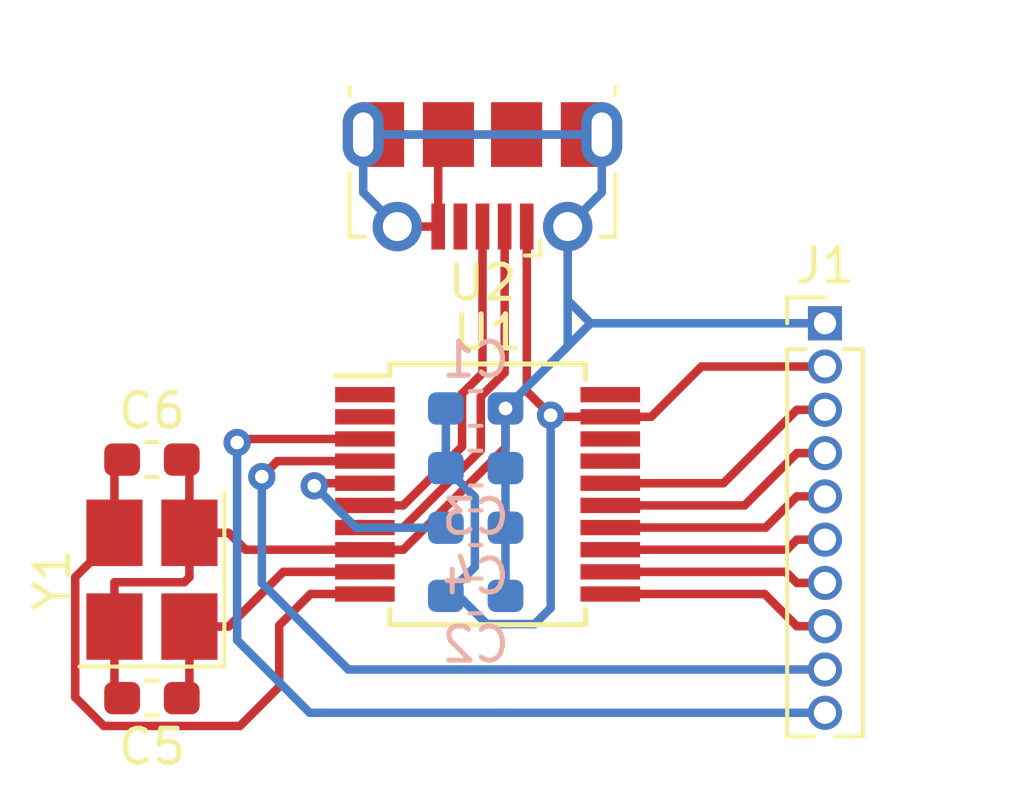
<source format=kicad_pcb>
(kicad_pcb (version 20171130) (host pcbnew 5.1.2-f72e74a~84~ubuntu18.04.1)

  (general
    (thickness 1.6)
    (drawings 0)
    (tracks 125)
    (zones 0)
    (modules 10)
    (nets 16)
  )

  (page User 215.9 139.7)
  (layers
    (0 F.Cu signal)
    (31 B.Cu signal)
    (32 B.Adhes user)
    (33 F.Adhes user)
    (34 B.Paste user)
    (35 F.Paste user)
    (36 B.SilkS user)
    (37 F.SilkS user)
    (38 B.Mask user)
    (39 F.Mask user)
    (40 Dwgs.User user)
    (41 Cmts.User user)
    (42 Eco1.User user)
    (43 Eco2.User user)
    (44 Edge.Cuts user)
    (45 Margin user)
    (46 B.CrtYd user)
    (47 F.CrtYd user)
    (48 B.Fab user)
    (49 F.Fab user)
  )

  (setup
    (last_trace_width 0.25)
    (trace_clearance 0.2)
    (zone_clearance 0.508)
    (zone_45_only no)
    (trace_min 0.2)
    (via_size 0.8)
    (via_drill 0.4)
    (via_min_size 0.4)
    (via_min_drill 0.3)
    (uvia_size 0.3)
    (uvia_drill 0.1)
    (uvias_allowed no)
    (uvia_min_size 0.2)
    (uvia_min_drill 0.1)
    (edge_width 0.15)
    (segment_width 0.2)
    (pcb_text_width 0.3)
    (pcb_text_size 1.5 1.5)
    (mod_edge_width 0.15)
    (mod_text_size 1 1)
    (mod_text_width 0.15)
    (pad_size 1.524 1.524)
    (pad_drill 0.762)
    (pad_to_mask_clearance 0.051)
    (solder_mask_min_width 0.25)
    (aux_axis_origin 0 0)
    (visible_elements FFFFFF7F)
    (pcbplotparams
      (layerselection 0x010fc_ffffffff)
      (usegerberextensions false)
      (usegerberattributes false)
      (usegerberadvancedattributes false)
      (creategerberjobfile false)
      (excludeedgelayer true)
      (linewidth 0.100000)
      (plotframeref false)
      (viasonmask false)
      (mode 1)
      (useauxorigin false)
      (hpglpennumber 1)
      (hpglpenspeed 20)
      (hpglpendiameter 15.000000)
      (psnegative false)
      (psa4output false)
      (plotreference true)
      (plotvalue true)
      (plotinvisibletext false)
      (padsonsilk false)
      (subtractmaskfromsilk false)
      (outputformat 1)
      (mirror false)
      (drillshape 1)
      (scaleselection 1)
      (outputdirectory ""))
  )

  (net 0 "")
  (net 1 +5V)
  (net 2 GND)
  (net 3 "Net-(C4-Pad1)")
  (net 4 "Net-(C5-Pad1)")
  (net 5 "Net-(C6-Pad1)")
  (net 6 /USB_N)
  (net 7 /USB_P)
  (net 8 /TXD)
  (net 9 /RXD)
  (net 10 /CTS)
  (net 11 /DSR)
  (net 12 /RI)
  (net 13 /DCD)
  (net 14 /DTR)
  (net 15 /RTS)

  (net_class Default "This is the default net class."
    (clearance 0.2)
    (trace_width 0.25)
    (via_dia 0.8)
    (via_drill 0.4)
    (uvia_dia 0.3)
    (uvia_drill 0.1)
    (add_net +5V)
    (add_net /CTS)
    (add_net /DCD)
    (add_net /DSR)
    (add_net /DTR)
    (add_net /RI)
    (add_net /RTS)
    (add_net /RXD)
    (add_net /TXD)
    (add_net /USB_N)
    (add_net /USB_P)
    (add_net GND)
    (add_net "Net-(C4-Pad1)")
    (add_net "Net-(C5-Pad1)")
    (add_net "Net-(C6-Pad1)")
    (add_net "Net-(U1-Pad17)")
    (add_net "Net-(U1-Pad20)")
    (add_net "Net-(U2-Pad4)")
  )

  (module footprint-lib:OSC_3225 (layer F.Cu) (tedit 5D04FE26) (tstamp 5D050721)
    (at 26.5 35.025 90)
    (descr "Miniature Crystal Clock Oscillator Abracon ASE series, http://www.abracon.com/Oscillators/ASEseries.pdf, hand-soldering, 3.2x2.5mm^2 package")
    (tags "SMD SMT crystal oscillator hand-soldering 3225")
    (path /5D05E9C1)
    (attr smd)
    (fp_text reference Y1 (at 0 -2.925 90) (layer F.SilkS)
      (effects (font (size 1 1) (thickness 0.15)))
    )
    (fp_text value O_12M,3225 (at 0 2.925 90) (layer F.Fab)
      (effects (font (size 1 1) (thickness 0.15)))
    )
    (fp_text user %R (at 0 0 90) (layer F.Fab)
      (effects (font (size 0.7 0.7) (thickness 0.105)))
    )
    (fp_line (start -1.5 -1.25) (end 1.5 -1.25) (layer F.Fab) (width 0.1))
    (fp_line (start 1.5 -1.25) (end 1.6 -1.15) (layer F.Fab) (width 0.1))
    (fp_line (start 1.6 -1.15) (end 1.6 1.15) (layer F.Fab) (width 0.1))
    (fp_line (start 1.6 1.15) (end 1.5 1.25) (layer F.Fab) (width 0.1))
    (fp_line (start 1.5 1.25) (end -1.5 1.25) (layer F.Fab) (width 0.1))
    (fp_line (start -1.5 1.25) (end -1.6 1.15) (layer F.Fab) (width 0.1))
    (fp_line (start -1.6 1.15) (end -1.6 -1.15) (layer F.Fab) (width 0.1))
    (fp_line (start -1.6 -1.15) (end -1.5 -1.25) (layer F.Fab) (width 0.1))
    (fp_line (start -1.6 0.25) (end -0.6 1.25) (layer F.Fab) (width 0.1))
    (fp_line (start -2.55 -2.125) (end -2.55 2.125) (layer F.SilkS) (width 0.12))
    (fp_line (start -2.55 2.125) (end 2.55 2.125) (layer F.SilkS) (width 0.12))
    (fp_line (start -2.6 -2.2) (end -2.6 2.2) (layer F.CrtYd) (width 0.05))
    (fp_line (start -2.6 2.2) (end 2.6 2.2) (layer F.CrtYd) (width 0.05))
    (fp_line (start 2.6 2.2) (end 2.6 -2.2) (layer F.CrtYd) (width 0.05))
    (fp_line (start 2.6 -2.2) (end -2.6 -2.2) (layer F.CrtYd) (width 0.05))
    (fp_circle (center 0 0) (end 0.25 0) (layer F.Adhes) (width 0.1))
    (fp_circle (center 0 0) (end 0.208333 0) (layer F.Adhes) (width 0.083333))
    (fp_circle (center 0 0) (end 0.133333 0) (layer F.Adhes) (width 0.083333))
    (fp_circle (center 0 0) (end 0.058333 0) (layer F.Adhes) (width 0.116667))
    (pad 1 smd rect (at -1.375 1.1 90) (size 1.95 1.65) (layers F.Cu F.Paste F.Mask)
      (net 4 "Net-(C5-Pad1)"))
    (pad 2 smd rect (at 1.375 1.1 90) (size 1.95 1.65) (layers F.Cu F.Paste F.Mask)
      (net 2 GND))
    (pad 3 smd rect (at 1.375 -1.1 90) (size 1.95 1.65) (layers F.Cu F.Paste F.Mask)
      (net 5 "Net-(C6-Pad1)"))
    (pad 2 smd rect (at -1.375 -1.1 90) (size 1.95 1.65) (layers F.Cu F.Paste F.Mask)
      (net 2 GND))
    (model ${KISYS3DMOD}/Oscillator.3dshapes/Oscillator_SMD_Abracon_ASE-4Pin_3.2x2.5mm_HandSoldering.wrl
      (at (xyz 0 0 0))
      (scale (xyz 1 1 1))
      (rotate (xyz 0 0 0))
    )
    (model /home/logic/_workspace/kicad/kicad_library/kicad-packages3d/oscillator/OSC3225.STEP
      (at (xyz 0 0 0))
      (scale (xyz 1 1 1))
      (rotate (xyz 0 0 0))
    )
  )

  (module footprint-lib:USB_Micro-B_Molex-105017-0001 (layer F.Cu) (tedit 5CF4B89B) (tstamp 5D050705)
    (at 36.2 23.2 180)
    (descr http://www.molex.com/pdm_docs/sd/1050170001_sd.pdf)
    (tags "Micro-USB SMD Typ-B")
    (path /5D058DA8)
    (attr smd)
    (fp_text reference U2 (at 0 -3.1125) (layer F.SilkS)
      (effects (font (size 1 1) (thickness 0.15)))
    )
    (fp_text value USB_Micro (at 0.3 4.3375) (layer F.Fab)
      (effects (font (size 1 1) (thickness 0.15)))
    )
    (fp_line (start -1.1 -2.1225) (end -1.1 -1.9125) (layer F.Fab) (width 0.1))
    (fp_line (start -1.5 -2.1225) (end -1.5 -1.9125) (layer F.Fab) (width 0.1))
    (fp_line (start -1.5 -2.1225) (end -1.1 -2.1225) (layer F.Fab) (width 0.1))
    (fp_line (start -1.1 -1.9125) (end -1.3 -1.7125) (layer F.Fab) (width 0.1))
    (fp_line (start -1.3 -1.7125) (end -1.5 -1.9125) (layer F.Fab) (width 0.1))
    (fp_line (start -1.7 -2.3125) (end -1.7 -1.8625) (layer F.SilkS) (width 0.12))
    (fp_line (start -1.7 -2.3125) (end -1.25 -2.3125) (layer F.SilkS) (width 0.12))
    (fp_line (start 3.9 -1.7625) (end 3.45 -1.7625) (layer F.SilkS) (width 0.12))
    (fp_line (start 3.9 0.0875) (end 3.9 -1.7625) (layer F.SilkS) (width 0.12))
    (fp_line (start -3.9 2.6375) (end -3.9 2.3875) (layer F.SilkS) (width 0.12))
    (fp_line (start -3.75 3.3875) (end -3.75 -1.6125) (layer F.Fab) (width 0.1))
    (fp_line (start -3.75 -1.6125) (end 3.75 -1.6125) (layer F.Fab) (width 0.1))
    (fp_line (start -3.75 3.389204) (end 3.75 3.389204) (layer F.Fab) (width 0.1))
    (fp_line (start -3 2.689204) (end 3 2.689204) (layer F.Fab) (width 0.1))
    (fp_line (start 3.75 3.3875) (end 3.75 -1.6125) (layer F.Fab) (width 0.1))
    (fp_line (start 3.9 2.6375) (end 3.9 2.3875) (layer F.SilkS) (width 0.12))
    (fp_line (start -3.9 0.0875) (end -3.9 -1.7625) (layer F.SilkS) (width 0.12))
    (fp_line (start -3.9 -1.7625) (end -3.45 -1.7625) (layer F.SilkS) (width 0.12))
    (fp_line (start -4.4 3.64) (end -4.4 -2.46) (layer F.CrtYd) (width 0.05))
    (fp_line (start -4.4 -2.46) (end 4.4 -2.46) (layer F.CrtYd) (width 0.05))
    (fp_line (start 4.4 -2.46) (end 4.4 3.64) (layer F.CrtYd) (width 0.05))
    (fp_line (start -4.4 3.64) (end 4.4 3.64) (layer F.CrtYd) (width 0.05))
    (fp_text user %R (at 0 0.8875) (layer F.Fab)
      (effects (font (size 1 1) (thickness 0.15)))
    )
    (fp_text user "PCB Edge" (at 0 3.2) (layer Dwgs.User)
      (effects (font (size 0.5 0.5) (thickness 0.08)))
    )
    (pad 6 smd rect (at -2.9 1.2375 180) (size 1.2 1.9) (layers F.Cu F.Mask)
      (net 2 GND))
    (pad 7 smd rect (at 2.9 1.2375 180) (size 1.2 1.9) (layers F.Cu F.Mask)
      (net 2 GND))
    (pad 7 thru_hole oval (at 3.5 1.2375 180) (size 1.2 1.9) (drill oval 0.6 1.3) (layers *.Cu *.Mask)
      (net 2 GND))
    (pad 6 thru_hole oval (at -3.5 1.2375) (size 1.2 1.9) (drill oval 0.6 1.3) (layers *.Cu *.Mask)
      (net 2 GND))
    (pad 6 smd rect (at -1 1.2375 180) (size 1.5 1.9) (layers F.Cu F.Paste F.Mask)
      (net 2 GND))
    (pad 9 thru_hole circle (at 2.5 -1.4625 180) (size 1.45 1.45) (drill 0.85) (layers *.Cu *.Mask)
      (net 2 GND))
    (pad 3 smd rect (at 0 -1.4625 180) (size 0.4 1.35) (layers F.Cu F.Paste F.Mask)
      (net 7 /USB_P))
    (pad 4 smd rect (at 0.65 -1.4625 180) (size 0.4 1.35) (layers F.Cu F.Paste F.Mask))
    (pad 5 smd rect (at 1.3 -1.4625 180) (size 0.4 1.35) (layers F.Cu F.Paste F.Mask)
      (net 2 GND))
    (pad 1 smd rect (at -1.3 -1.4625 180) (size 0.4 1.35) (layers F.Cu F.Paste F.Mask)
      (net 1 +5V))
    (pad 2 smd rect (at -0.65 -1.4625 180) (size 0.4 1.35) (layers F.Cu F.Paste F.Mask)
      (net 6 /USB_N))
    (pad 8 thru_hole circle (at -2.5 -1.4625 180) (size 1.45 1.45) (drill 0.85) (layers *.Cu *.Mask)
      (net 2 GND))
    (pad 7 smd rect (at 1 1.2375 180) (size 1.5 1.9) (layers F.Cu F.Paste F.Mask)
      (net 2 GND))
    (model /home/logic/_workspace/kicad/kicad_library/kicad-packages3d/Connector_USB_Extra.3dshapes/USB_Micro-B_Molex-105017-0001.wrl
      (at (xyz 0 0 0))
      (scale (xyz 1.1 1 1))
      (rotate (xyz 0 0 0))
    )
  )

  (module footprint-lib:CH340T_SSOP-20 (layer F.Cu) (tedit 5D04F973) (tstamp 5D0506DC)
    (at 36.35 32.52)
    (descr CH340T_SSOP-20)
    (tags CH340T)
    (path /5D05D663)
    (attr smd)
    (fp_text reference U1 (at 0 -4.75) (layer F.SilkS)
      (effects (font (size 1 1) (thickness 0.15)))
    )
    (fp_text value CH340T (at 0 4.75) (layer F.Fab)
      (effects (font (size 1 1) (thickness 0.15)))
    )
    (fp_text user %R (at 0 0) (layer F.Fab)
      (effects (font (size 0.8 0.8) (thickness 0.15)))
    )
    (fp_line (start -2.875 -3.475) (end -4.475 -3.475) (layer F.SilkS) (width 0.15))
    (fp_line (start -2.875 3.825) (end 2.875 3.825) (layer F.SilkS) (width 0.15))
    (fp_line (start -2.875 -3.825) (end 2.875 -3.825) (layer F.SilkS) (width 0.15))
    (fp_line (start -2.875 3.825) (end -2.875 3.375) (layer F.SilkS) (width 0.15))
    (fp_line (start 2.875 3.825) (end 2.875 3.375) (layer F.SilkS) (width 0.15))
    (fp_line (start 2.875 -3.825) (end 2.875 -3.375) (layer F.SilkS) (width 0.15))
    (fp_line (start -2.875 -3.825) (end -2.875 -3.475) (layer F.SilkS) (width 0.15))
    (fp_line (start -4.75 4) (end 4.75 4) (layer F.CrtYd) (width 0.05))
    (fp_line (start -4.75 -4) (end 4.75 -4) (layer F.CrtYd) (width 0.05))
    (fp_line (start 4.75 -4) (end 4.75 4) (layer F.CrtYd) (width 0.05))
    (fp_line (start -4.75 -4) (end -4.75 4) (layer F.CrtYd) (width 0.05))
    (fp_line (start -2.65 -2.6) (end -1.65 -3.6) (layer F.Fab) (width 0.15))
    (fp_line (start -2.65 3.6) (end -2.65 -2.6) (layer F.Fab) (width 0.15))
    (fp_line (start 2.65 3.6) (end -2.65 3.6) (layer F.Fab) (width 0.15))
    (fp_line (start 2.65 -3.6) (end 2.65 3.6) (layer F.Fab) (width 0.15))
    (fp_line (start -1.65 -3.6) (end 2.65 -3.6) (layer F.Fab) (width 0.15))
    (pad 20 smd rect (at 3.6 -2.925) (size 1.75 0.45) (layers F.Cu F.Paste F.Mask))
    (pad 19 smd rect (at 3.6 -2.275) (size 1.75 0.45) (layers F.Cu F.Paste F.Mask)
      (net 1 +5V))
    (pad 18 smd rect (at 3.6 -1.625) (size 1.75 0.45) (layers F.Cu F.Paste F.Mask))
    (pad 17 smd rect (at 3.6 -0.975) (size 1.75 0.45) (layers F.Cu F.Paste F.Mask))
    (pad 16 smd rect (at 3.6 -0.325) (size 1.75 0.45) (layers F.Cu F.Paste F.Mask)
      (net 15 /RTS))
    (pad 15 smd rect (at 3.6 0.325) (size 1.75 0.45) (layers F.Cu F.Paste F.Mask)
      (net 14 /DTR))
    (pad 14 smd rect (at 3.6 0.975) (size 1.75 0.45) (layers F.Cu F.Paste F.Mask)
      (net 13 /DCD))
    (pad 13 smd rect (at 3.6 1.625) (size 1.75 0.45) (layers F.Cu F.Paste F.Mask)
      (net 12 /RI))
    (pad 12 smd rect (at 3.6 2.275) (size 1.75 0.45) (layers F.Cu F.Paste F.Mask)
      (net 11 /DSR))
    (pad 11 smd rect (at 3.6 2.925) (size 1.75 0.45) (layers F.Cu F.Paste F.Mask)
      (net 10 /CTS))
    (pad 10 smd rect (at -3.6 2.925) (size 1.75 0.45) (layers F.Cu F.Paste F.Mask)
      (net 5 "Net-(C6-Pad1)"))
    (pad 9 smd rect (at -3.6 2.275) (size 1.75 0.45) (layers F.Cu F.Paste F.Mask)
      (net 4 "Net-(C5-Pad1)"))
    (pad 8 smd rect (at -3.6 1.625) (size 1.75 0.45) (layers F.Cu F.Paste F.Mask)
      (net 2 GND))
    (pad 7 smd rect (at -3.6 0.975) (size 1.75 0.45) (layers F.Cu F.Paste F.Mask)
      (net 6 /USB_N))
    (pad 6 smd rect (at -3.6 0.325) (size 1.75 0.45) (layers F.Cu F.Paste F.Mask)
      (net 7 /USB_P))
    (pad 5 smd rect (at -3.6 -0.325) (size 1.75 0.45) (layers F.Cu F.Paste F.Mask)
      (net 3 "Net-(C4-Pad1)"))
    (pad 4 smd rect (at -3.6 -0.975) (size 1.75 0.45) (layers F.Cu F.Paste F.Mask)
      (net 9 /RXD))
    (pad 3 smd rect (at -3.6 -1.625) (size 1.75 0.45) (layers F.Cu F.Paste F.Mask)
      (net 8 /TXD))
    (pad 2 smd rect (at -3.6 -2.275) (size 1.75 0.45) (layers F.Cu F.Paste F.Mask))
    (pad 1 smd rect (at -3.6 -2.925) (size 1.75 0.45) (layers F.Cu F.Paste F.Mask))
    (model ${KISYS3DMOD}/Package_SO.3dshapes/SSOP-20_5.3x7.2mm_P0.65mm.wrl
      (at (xyz 0 0 0))
      (scale (xyz 1 1 1))
      (rotate (xyz 0 0 0))
    )
  )

  (module Connector_PinHeader_1.27mm:PinHeader_1x10_P1.27mm_Vertical (layer F.Cu) (tedit 59FED6E3) (tstamp 5D0506B3)
    (at 46.25 27.5)
    (descr "Through hole straight pin header, 1x10, 1.27mm pitch, single row")
    (tags "Through hole pin header THT 1x10 1.27mm single row")
    (path /5D097AD0)
    (fp_text reference J1 (at 0 -1.695) (layer F.SilkS)
      (effects (font (size 1 1) (thickness 0.15)))
    )
    (fp_text value SERIAL_HEADER (at 0 13.125) (layer F.Fab)
      (effects (font (size 1 1) (thickness 0.15)))
    )
    (fp_text user %R (at 0 5.715 90) (layer F.Fab)
      (effects (font (size 1 1) (thickness 0.15)))
    )
    (fp_line (start 1.55 -1.15) (end -1.55 -1.15) (layer F.CrtYd) (width 0.05))
    (fp_line (start 1.55 12.6) (end 1.55 -1.15) (layer F.CrtYd) (width 0.05))
    (fp_line (start -1.55 12.6) (end 1.55 12.6) (layer F.CrtYd) (width 0.05))
    (fp_line (start -1.55 -1.15) (end -1.55 12.6) (layer F.CrtYd) (width 0.05))
    (fp_line (start -1.11 -0.76) (end 0 -0.76) (layer F.SilkS) (width 0.12))
    (fp_line (start -1.11 0) (end -1.11 -0.76) (layer F.SilkS) (width 0.12))
    (fp_line (start 0.563471 0.76) (end 1.11 0.76) (layer F.SilkS) (width 0.12))
    (fp_line (start -1.11 0.76) (end -0.563471 0.76) (layer F.SilkS) (width 0.12))
    (fp_line (start 1.11 0.76) (end 1.11 12.125) (layer F.SilkS) (width 0.12))
    (fp_line (start -1.11 0.76) (end -1.11 12.125) (layer F.SilkS) (width 0.12))
    (fp_line (start 0.30753 12.125) (end 1.11 12.125) (layer F.SilkS) (width 0.12))
    (fp_line (start -1.11 12.125) (end -0.30753 12.125) (layer F.SilkS) (width 0.12))
    (fp_line (start -1.05 -0.11) (end -0.525 -0.635) (layer F.Fab) (width 0.1))
    (fp_line (start -1.05 12.065) (end -1.05 -0.11) (layer F.Fab) (width 0.1))
    (fp_line (start 1.05 12.065) (end -1.05 12.065) (layer F.Fab) (width 0.1))
    (fp_line (start 1.05 -0.635) (end 1.05 12.065) (layer F.Fab) (width 0.1))
    (fp_line (start -0.525 -0.635) (end 1.05 -0.635) (layer F.Fab) (width 0.1))
    (pad 10 thru_hole oval (at 0 11.43) (size 1 1) (drill 0.65) (layers *.Cu *.Mask)
      (net 8 /TXD))
    (pad 9 thru_hole oval (at 0 10.16) (size 1 1) (drill 0.65) (layers *.Cu *.Mask)
      (net 9 /RXD))
    (pad 8 thru_hole oval (at 0 8.89) (size 1 1) (drill 0.65) (layers *.Cu *.Mask)
      (net 10 /CTS))
    (pad 7 thru_hole oval (at 0 7.62) (size 1 1) (drill 0.65) (layers *.Cu *.Mask)
      (net 11 /DSR))
    (pad 6 thru_hole oval (at 0 6.35) (size 1 1) (drill 0.65) (layers *.Cu *.Mask)
      (net 12 /RI))
    (pad 5 thru_hole oval (at 0 5.08) (size 1 1) (drill 0.65) (layers *.Cu *.Mask)
      (net 13 /DCD))
    (pad 4 thru_hole oval (at 0 3.81) (size 1 1) (drill 0.65) (layers *.Cu *.Mask)
      (net 14 /DTR))
    (pad 3 thru_hole oval (at 0 2.54) (size 1 1) (drill 0.65) (layers *.Cu *.Mask)
      (net 15 /RTS))
    (pad 2 thru_hole oval (at 0 1.27) (size 1 1) (drill 0.65) (layers *.Cu *.Mask)
      (net 1 +5V))
    (pad 1 thru_hole rect (at 0 0) (size 1 1) (drill 0.65) (layers *.Cu *.Mask)
      (net 2 GND))
    (model ${KISYS3DMOD}/Connector_PinHeader_1.27mm.3dshapes/PinHeader_1x10_P1.27mm_Vertical.wrl
      (at (xyz 0 0 0))
      (scale (xyz 1 1 1))
      (rotate (xyz 0 0 0))
    )
  )

  (module Capacitor_SMD:C_0603_1608Metric_Pad1.05x0.95mm_HandSolder (layer F.Cu) (tedit 5B301BBE) (tstamp 5D050CC6)
    (at 26.5 31.5)
    (descr "Capacitor SMD 0603 (1608 Metric), square (rectangular) end terminal, IPC_7351 nominal with elongated pad for handsoldering. (Body size source: http://www.tortai-tech.com/upload/download/2011102023233369053.pdf), generated with kicad-footprint-generator")
    (tags "capacitor handsolder")
    (path /5D06326C)
    (attr smd)
    (fp_text reference C6 (at 0 -1.43) (layer F.SilkS)
      (effects (font (size 1 1) (thickness 0.15)))
    )
    (fp_text value C22pf,0603 (at 0 1.43) (layer F.Fab)
      (effects (font (size 1 1) (thickness 0.15)))
    )
    (fp_text user %R (at 0 0) (layer F.Fab)
      (effects (font (size 0.4 0.4) (thickness 0.06)))
    )
    (fp_line (start 1.65 0.73) (end -1.65 0.73) (layer F.CrtYd) (width 0.05))
    (fp_line (start 1.65 -0.73) (end 1.65 0.73) (layer F.CrtYd) (width 0.05))
    (fp_line (start -1.65 -0.73) (end 1.65 -0.73) (layer F.CrtYd) (width 0.05))
    (fp_line (start -1.65 0.73) (end -1.65 -0.73) (layer F.CrtYd) (width 0.05))
    (fp_line (start -0.171267 0.51) (end 0.171267 0.51) (layer F.SilkS) (width 0.12))
    (fp_line (start -0.171267 -0.51) (end 0.171267 -0.51) (layer F.SilkS) (width 0.12))
    (fp_line (start 0.8 0.4) (end -0.8 0.4) (layer F.Fab) (width 0.1))
    (fp_line (start 0.8 -0.4) (end 0.8 0.4) (layer F.Fab) (width 0.1))
    (fp_line (start -0.8 -0.4) (end 0.8 -0.4) (layer F.Fab) (width 0.1))
    (fp_line (start -0.8 0.4) (end -0.8 -0.4) (layer F.Fab) (width 0.1))
    (pad 2 smd roundrect (at 0.875 0) (size 1.05 0.95) (layers F.Cu F.Paste F.Mask) (roundrect_rratio 0.25)
      (net 2 GND))
    (pad 1 smd roundrect (at -0.875 0) (size 1.05 0.95) (layers F.Cu F.Paste F.Mask) (roundrect_rratio 0.25)
      (net 5 "Net-(C6-Pad1)"))
    (model ${KISYS3DMOD}/Capacitor_SMD.3dshapes/C_0603_1608Metric.wrl
      (at (xyz 0 0 0))
      (scale (xyz 1 1 1))
      (rotate (xyz 0 0 0))
    )
  )

  (module Capacitor_SMD:C_0603_1608Metric_Pad1.05x0.95mm_HandSolder (layer F.Cu) (tedit 5B301BBE) (tstamp 5D050682)
    (at 26.5 38.5 180)
    (descr "Capacitor SMD 0603 (1608 Metric), square (rectangular) end terminal, IPC_7351 nominal with elongated pad for handsoldering. (Body size source: http://www.tortai-tech.com/upload/download/2011102023233369053.pdf), generated with kicad-footprint-generator")
    (tags "capacitor handsolder")
    (path /5D061A62)
    (attr smd)
    (fp_text reference C5 (at 0 -1.43) (layer F.SilkS)
      (effects (font (size 1 1) (thickness 0.15)))
    )
    (fp_text value C22pf,0603 (at 0 1.43) (layer F.Fab)
      (effects (font (size 1 1) (thickness 0.15)))
    )
    (fp_text user %R (at 0 0) (layer F.Fab)
      (effects (font (size 0.4 0.4) (thickness 0.06)))
    )
    (fp_line (start 1.65 0.73) (end -1.65 0.73) (layer F.CrtYd) (width 0.05))
    (fp_line (start 1.65 -0.73) (end 1.65 0.73) (layer F.CrtYd) (width 0.05))
    (fp_line (start -1.65 -0.73) (end 1.65 -0.73) (layer F.CrtYd) (width 0.05))
    (fp_line (start -1.65 0.73) (end -1.65 -0.73) (layer F.CrtYd) (width 0.05))
    (fp_line (start -0.171267 0.51) (end 0.171267 0.51) (layer F.SilkS) (width 0.12))
    (fp_line (start -0.171267 -0.51) (end 0.171267 -0.51) (layer F.SilkS) (width 0.12))
    (fp_line (start 0.8 0.4) (end -0.8 0.4) (layer F.Fab) (width 0.1))
    (fp_line (start 0.8 -0.4) (end 0.8 0.4) (layer F.Fab) (width 0.1))
    (fp_line (start -0.8 -0.4) (end 0.8 -0.4) (layer F.Fab) (width 0.1))
    (fp_line (start -0.8 0.4) (end -0.8 -0.4) (layer F.Fab) (width 0.1))
    (pad 2 smd roundrect (at 0.875 0 180) (size 1.05 0.95) (layers F.Cu F.Paste F.Mask) (roundrect_rratio 0.25)
      (net 2 GND))
    (pad 1 smd roundrect (at -0.875 0 180) (size 1.05 0.95) (layers F.Cu F.Paste F.Mask) (roundrect_rratio 0.25)
      (net 4 "Net-(C5-Pad1)"))
    (model ${KISYS3DMOD}/Capacitor_SMD.3dshapes/C_0603_1608Metric.wrl
      (at (xyz 0 0 0))
      (scale (xyz 1 1 1))
      (rotate (xyz 0 0 0))
    )
  )

  (module Capacitor_SMD:C_0603_1608Metric_Pad1.05x0.95mm_HandSolder (layer B.Cu) (tedit 5B301BBE) (tstamp 5D050671)
    (at 36 33.5)
    (descr "Capacitor SMD 0603 (1608 Metric), square (rectangular) end terminal, IPC_7351 nominal with elongated pad for handsoldering. (Body size source: http://www.tortai-tech.com/upload/download/2011102023233369053.pdf), generated with kicad-footprint-generator")
    (tags "capacitor handsolder")
    (path /5D06DB24)
    (attr smd)
    (fp_text reference C4 (at 0 1.43 180) (layer B.SilkS)
      (effects (font (size 1 1) (thickness 0.15)) (justify mirror))
    )
    (fp_text value C103,0603 (at 0 -1.43 180) (layer B.Fab)
      (effects (font (size 1 1) (thickness 0.15)) (justify mirror))
    )
    (fp_text user %R (at 0 0 180) (layer B.Fab)
      (effects (font (size 0.4 0.4) (thickness 0.06)) (justify mirror))
    )
    (fp_line (start 1.65 -0.73) (end -1.65 -0.73) (layer B.CrtYd) (width 0.05))
    (fp_line (start 1.65 0.73) (end 1.65 -0.73) (layer B.CrtYd) (width 0.05))
    (fp_line (start -1.65 0.73) (end 1.65 0.73) (layer B.CrtYd) (width 0.05))
    (fp_line (start -1.65 -0.73) (end -1.65 0.73) (layer B.CrtYd) (width 0.05))
    (fp_line (start -0.171267 -0.51) (end 0.171267 -0.51) (layer B.SilkS) (width 0.12))
    (fp_line (start -0.171267 0.51) (end 0.171267 0.51) (layer B.SilkS) (width 0.12))
    (fp_line (start 0.8 -0.4) (end -0.8 -0.4) (layer B.Fab) (width 0.1))
    (fp_line (start 0.8 0.4) (end 0.8 -0.4) (layer B.Fab) (width 0.1))
    (fp_line (start -0.8 0.4) (end 0.8 0.4) (layer B.Fab) (width 0.1))
    (fp_line (start -0.8 -0.4) (end -0.8 0.4) (layer B.Fab) (width 0.1))
    (pad 2 smd roundrect (at 0.875 0) (size 1.05 0.95) (layers B.Cu B.Paste B.Mask) (roundrect_rratio 0.25)
      (net 2 GND))
    (pad 1 smd roundrect (at -0.875 0) (size 1.05 0.95) (layers B.Cu B.Paste B.Mask) (roundrect_rratio 0.25)
      (net 3 "Net-(C4-Pad1)"))
    (model ${KISYS3DMOD}/Capacitor_SMD.3dshapes/C_0603_1608Metric.wrl
      (at (xyz 0 0 0))
      (scale (xyz 1 1 1))
      (rotate (xyz 0 0 0))
    )
  )

  (module Capacitor_SMD:C_0603_1608Metric_Pad1.05x0.95mm_HandSolder (layer B.Cu) (tedit 5B301BBE) (tstamp 5D050660)
    (at 36 31.75)
    (descr "Capacitor SMD 0603 (1608 Metric), square (rectangular) end terminal, IPC_7351 nominal with elongated pad for handsoldering. (Body size source: http://www.tortai-tech.com/upload/download/2011102023233369053.pdf), generated with kicad-footprint-generator")
    (tags "capacitor handsolder")
    (path /5D06F240)
    (attr smd)
    (fp_text reference C3 (at 0 1.43) (layer B.SilkS)
      (effects (font (size 1 1) (thickness 0.15)) (justify mirror))
    )
    (fp_text value C104,0603 (at 0 -1.43) (layer B.Fab)
      (effects (font (size 1 1) (thickness 0.15)) (justify mirror))
    )
    (fp_text user %R (at 0 0) (layer B.Fab)
      (effects (font (size 0.4 0.4) (thickness 0.06)) (justify mirror))
    )
    (fp_line (start 1.65 -0.73) (end -1.65 -0.73) (layer B.CrtYd) (width 0.05))
    (fp_line (start 1.65 0.73) (end 1.65 -0.73) (layer B.CrtYd) (width 0.05))
    (fp_line (start -1.65 0.73) (end 1.65 0.73) (layer B.CrtYd) (width 0.05))
    (fp_line (start -1.65 -0.73) (end -1.65 0.73) (layer B.CrtYd) (width 0.05))
    (fp_line (start -0.171267 -0.51) (end 0.171267 -0.51) (layer B.SilkS) (width 0.12))
    (fp_line (start -0.171267 0.51) (end 0.171267 0.51) (layer B.SilkS) (width 0.12))
    (fp_line (start 0.8 -0.4) (end -0.8 -0.4) (layer B.Fab) (width 0.1))
    (fp_line (start 0.8 0.4) (end 0.8 -0.4) (layer B.Fab) (width 0.1))
    (fp_line (start -0.8 0.4) (end 0.8 0.4) (layer B.Fab) (width 0.1))
    (fp_line (start -0.8 -0.4) (end -0.8 0.4) (layer B.Fab) (width 0.1))
    (pad 2 smd roundrect (at 0.875 0) (size 1.05 0.95) (layers B.Cu B.Paste B.Mask) (roundrect_rratio 0.25)
      (net 2 GND))
    (pad 1 smd roundrect (at -0.875 0) (size 1.05 0.95) (layers B.Cu B.Paste B.Mask) (roundrect_rratio 0.25)
      (net 1 +5V))
    (model ${KISYS3DMOD}/Capacitor_SMD.3dshapes/C_0603_1608Metric.wrl
      (at (xyz 0 0 0))
      (scale (xyz 1 1 1))
      (rotate (xyz 0 0 0))
    )
  )

  (module Capacitor_SMD:C_0603_1608Metric_Pad1.05x0.95mm_HandSolder (layer B.Cu) (tedit 5B301BBE) (tstamp 5D05064F)
    (at 36 35.5)
    (descr "Capacitor SMD 0603 (1608 Metric), square (rectangular) end terminal, IPC_7351 nominal with elongated pad for handsoldering. (Body size source: http://www.tortai-tech.com/upload/download/2011102023233369053.pdf), generated with kicad-footprint-generator")
    (tags "capacitor handsolder")
    (path /5D06FAA1)
    (attr smd)
    (fp_text reference C2 (at 0 1.43) (layer B.SilkS)
      (effects (font (size 1 1) (thickness 0.15)) (justify mirror))
    )
    (fp_text value C225,0603 (at 0 -1.43) (layer B.Fab)
      (effects (font (size 1 1) (thickness 0.15)) (justify mirror))
    )
    (fp_text user %R (at 0 0) (layer B.Fab)
      (effects (font (size 0.4 0.4) (thickness 0.06)) (justify mirror))
    )
    (fp_line (start 1.65 -0.73) (end -1.65 -0.73) (layer B.CrtYd) (width 0.05))
    (fp_line (start 1.65 0.73) (end 1.65 -0.73) (layer B.CrtYd) (width 0.05))
    (fp_line (start -1.65 0.73) (end 1.65 0.73) (layer B.CrtYd) (width 0.05))
    (fp_line (start -1.65 -0.73) (end -1.65 0.73) (layer B.CrtYd) (width 0.05))
    (fp_line (start -0.171267 -0.51) (end 0.171267 -0.51) (layer B.SilkS) (width 0.12))
    (fp_line (start -0.171267 0.51) (end 0.171267 0.51) (layer B.SilkS) (width 0.12))
    (fp_line (start 0.8 -0.4) (end -0.8 -0.4) (layer B.Fab) (width 0.1))
    (fp_line (start 0.8 0.4) (end 0.8 -0.4) (layer B.Fab) (width 0.1))
    (fp_line (start -0.8 0.4) (end 0.8 0.4) (layer B.Fab) (width 0.1))
    (fp_line (start -0.8 -0.4) (end -0.8 0.4) (layer B.Fab) (width 0.1))
    (pad 2 smd roundrect (at 0.875 0) (size 1.05 0.95) (layers B.Cu B.Paste B.Mask) (roundrect_rratio 0.25)
      (net 2 GND))
    (pad 1 smd roundrect (at -0.875 0) (size 1.05 0.95) (layers B.Cu B.Paste B.Mask) (roundrect_rratio 0.25)
      (net 1 +5V))
    (model ${KISYS3DMOD}/Capacitor_SMD.3dshapes/C_0603_1608Metric.wrl
      (at (xyz 0 0 0))
      (scale (xyz 1 1 1))
      (rotate (xyz 0 0 0))
    )
  )

  (module Capacitor_SMD:C_0603_1608Metric_Pad1.05x0.95mm_HandSolder (layer B.Cu) (tedit 5B301BBE) (tstamp 5D05063E)
    (at 36 30 180)
    (descr "Capacitor SMD 0603 (1608 Metric), square (rectangular) end terminal, IPC_7351 nominal with elongated pad for handsoldering. (Body size source: http://www.tortai-tech.com/upload/download/2011102023233369053.pdf), generated with kicad-footprint-generator")
    (tags "capacitor handsolder")
    (path /5D0AA385)
    (attr smd)
    (fp_text reference C1 (at 0 1.43 180) (layer B.SilkS)
      (effects (font (size 1 1) (thickness 0.15)) (justify mirror))
    )
    (fp_text value C475,0603 (at 0 -1.43 180) (layer B.Fab)
      (effects (font (size 1 1) (thickness 0.15)) (justify mirror))
    )
    (fp_text user %R (at 0 0 180) (layer B.Fab)
      (effects (font (size 0.4 0.4) (thickness 0.06)) (justify mirror))
    )
    (fp_line (start 1.65 -0.73) (end -1.65 -0.73) (layer B.CrtYd) (width 0.05))
    (fp_line (start 1.65 0.73) (end 1.65 -0.73) (layer B.CrtYd) (width 0.05))
    (fp_line (start -1.65 0.73) (end 1.65 0.73) (layer B.CrtYd) (width 0.05))
    (fp_line (start -1.65 -0.73) (end -1.65 0.73) (layer B.CrtYd) (width 0.05))
    (fp_line (start -0.171267 -0.51) (end 0.171267 -0.51) (layer B.SilkS) (width 0.12))
    (fp_line (start -0.171267 0.51) (end 0.171267 0.51) (layer B.SilkS) (width 0.12))
    (fp_line (start 0.8 -0.4) (end -0.8 -0.4) (layer B.Fab) (width 0.1))
    (fp_line (start 0.8 0.4) (end 0.8 -0.4) (layer B.Fab) (width 0.1))
    (fp_line (start -0.8 0.4) (end 0.8 0.4) (layer B.Fab) (width 0.1))
    (fp_line (start -0.8 -0.4) (end -0.8 0.4) (layer B.Fab) (width 0.1))
    (pad 2 smd roundrect (at 0.875 0 180) (size 1.05 0.95) (layers B.Cu B.Paste B.Mask) (roundrect_rratio 0.25)
      (net 1 +5V))
    (pad 1 smd roundrect (at -0.875 0 180) (size 1.05 0.95) (layers B.Cu B.Paste B.Mask) (roundrect_rratio 0.25)
      (net 2 GND))
    (model ${KISYS3DMOD}/Capacitor_SMD.3dshapes/C_0603_1608Metric.wrl
      (at (xyz 0 0 0))
      (scale (xyz 1 1 1))
      (rotate (xyz 0 0 0))
    )
  )

  (segment (start 46.0394 28.77) (end 46.25 28.77) (width 0.25) (layer F.Cu) (net 1))
  (segment (start 46.0394 28.77) (end 45.5373 28.77) (width 0.25) (layer F.Cu) (net 1))
  (segment (start 35.3119 35.3131) (end 35.125 35.5) (width 0.25) (layer B.Cu) (net 1))
  (segment (start 35.125 31.75) (end 35.9763 32.6013) (width 0.25) (layer B.Cu) (net 1))
  (segment (start 35.9763 32.6013) (end 35.9763 34.6487) (width 0.25) (layer B.Cu) (net 1))
  (segment (start 35.9763 34.6487) (end 35.3119 35.3131) (width 0.25) (layer B.Cu) (net 1))
  (segment (start 35.125 30) (end 35.125 31.75) (width 0.25) (layer B.Cu) (net 1))
  (segment (start 45.5373 28.77) (end 42.6253 28.77) (width 0.25) (layer F.Cu) (net 1))
  (segment (start 42.6253 28.77) (end 41.1503 30.245) (width 0.25) (layer F.Cu) (net 1))
  (segment (start 39.95 30.245) (end 41.1503 30.245) (width 0.25) (layer F.Cu) (net 1))
  (segment (start 38.245 30.245) (end 39.95 30.245) (width 0.25) (layer F.Cu) (net 1))
  (segment (start 37.5 29.5) (end 38.2 30.2) (width 0.25) (layer F.Cu) (net 1))
  (segment (start 37.5 24.6625) (end 37.5 29.5) (width 0.25) (layer F.Cu) (net 1))
  (via (at 38.2 30.2) (size 0.8) (drill 0.4) (layers F.Cu B.Cu) (net 1))
  (segment (start 38.2 30.2) (end 38.245 30.245) (width 0.25) (layer F.Cu) (net 1))
  (via (at 38.2 30.2) (size 0.8) (drill 0.4) (layers F.Cu B.Cu) (net 1))
  (segment (start 36.3267 36.3279) (end 35.3119 35.3131) (width 0.25) (layer B.Cu) (net 1))
  (segment (start 37.7279 36.3279) (end 36.3267 36.3279) (width 0.25) (layer B.Cu) (net 1))
  (segment (start 38.2 35.8558) (end 37.7279 36.3279) (width 0.25) (layer B.Cu) (net 1))
  (segment (start 38.2 30.2) (end 38.2 35.8558) (width 0.25) (layer B.Cu) (net 1))
  (segment (start 27.375 31.5) (end 27.6 31.725) (width 0.25) (layer F.Cu) (net 2))
  (segment (start 27.6 31.725) (end 27.6 33.65) (width 0.25) (layer F.Cu) (net 2))
  (segment (start 39.375 27.5) (end 46.25 27.5) (width 0.25) (layer B.Cu) (net 2))
  (segment (start 36.875 30) (end 36.875 31.75) (width 0.25) (layer B.Cu) (net 2))
  (segment (start 27.6 33.65) (end 27.6 34.9503) (width 0.25) (layer F.Cu) (net 2))
  (segment (start 25.4 36.4) (end 25.4 35.0997) (width 0.25) (layer F.Cu) (net 2))
  (segment (start 25.4 35.0997) (end 27.4506 35.0997) (width 0.25) (layer F.Cu) (net 2))
  (segment (start 27.4506 35.0997) (end 27.6 34.9503) (width 0.25) (layer F.Cu) (net 2))
  (segment (start 25.625 38.5) (end 25.4 38.275) (width 0.25) (layer F.Cu) (net 2))
  (segment (start 25.4 38.275) (end 25.4 36.4) (width 0.25) (layer F.Cu) (net 2))
  (segment (start 27.6 33.65) (end 28.7503 33.65) (width 0.25) (layer F.Cu) (net 2))
  (segment (start 32.75 34.145) (end 29.2453 34.145) (width 0.25) (layer F.Cu) (net 2))
  (segment (start 29.2453 34.145) (end 28.7503 33.65) (width 0.25) (layer F.Cu) (net 2))
  (segment (start 36.875 31.75) (end 36.875 33.5) (width 0.25) (layer B.Cu) (net 2))
  (segment (start 36.875 35.5) (end 36.875 33.5) (width 0.25) (layer B.Cu) (net 2))
  (via (at 36.875 30) (size 0.8) (drill 0.4) (layers F.Cu B.Cu) (net 2))
  (segment (start 32.75 34.145) (end 33.875 34.145) (width 0.25) (layer F.Cu) (net 2))
  (segment (start 36.875 30.575) (end 36.875 30) (width 0.25) (layer F.Cu) (net 2))
  (segment (start 33.875 34.145) (end 36.875 31.145) (width 0.25) (layer F.Cu) (net 2))
  (segment (start 36.875 31.145) (end 36.875 30.575) (width 0.25) (layer F.Cu) (net 2))
  (segment (start 39.7 21.9625) (end 39.1 21.9625) (width 0.25) (layer F.Cu) (net 2))
  (segment (start 32.7 21.9625) (end 33.3 21.9625) (width 0.25) (layer F.Cu) (net 2))
  (segment (start 32.7 23.6625) (end 33.7 24.6625) (width 0.25) (layer B.Cu) (net 2))
  (segment (start 32.7 21.9625) (end 32.7 23.6625) (width 0.25) (layer B.Cu) (net 2))
  (segment (start 39.7 23.6625) (end 38.7 24.6625) (width 0.25) (layer B.Cu) (net 2))
  (segment (start 39.7 21.9625) (end 39.7 23.6625) (width 0.25) (layer B.Cu) (net 2))
  (segment (start 33.55 21.9625) (end 39.7 21.9625) (width 0.25) (layer B.Cu) (net 2))
  (segment (start 32.7 21.9625) (end 33.55 21.9625) (width 0.25) (layer B.Cu) (net 2))
  (segment (start 38.7 28.175) (end 38.1375 28.7375) (width 0.25) (layer B.Cu) (net 2))
  (segment (start 38.7 24.6625) (end 38.7 28.175) (width 0.25) (layer B.Cu) (net 2))
  (segment (start 36.875 30) (end 38.1375 28.7375) (width 0.25) (layer B.Cu) (net 2))
  (segment (start 38.1375 28.7375) (end 39.375 27.5) (width 0.25) (layer B.Cu) (net 2))
  (segment (start 38.7 26.825) (end 39.375 27.5) (width 0.25) (layer B.Cu) (net 2))
  (segment (start 38.7 24.6625) (end 38.7 26.825) (width 0.25) (layer B.Cu) (net 2))
  (segment (start 34.9 24.6625) (end 33.7 24.6625) (width 0.25) (layer F.Cu) (net 2))
  (segment (start 34.9 22.2625) (end 35.2 21.9625) (width 0.25) (layer F.Cu) (net 2))
  (segment (start 34.9 24.6625) (end 34.9 22.2625) (width 0.25) (layer F.Cu) (net 2))
  (segment (start 33.3 21.9625) (end 39.1 21.9625) (width 0.25) (layer F.Cu) (net 2))
  (segment (start 32.75 32.195) (end 31.33811 32.195) (width 0.25) (layer F.Cu) (net 3))
  (segment (start 32.49309 33.5) (end 31.663099 32.670009) (width 0.25) (layer B.Cu) (net 3))
  (segment (start 31.33811 32.195) (end 31.2631 32.27001) (width 0.25) (layer F.Cu) (net 3))
  (segment (start 35.125 33.5) (end 32.49309 33.5) (width 0.25) (layer B.Cu) (net 3))
  (segment (start 31.663099 32.670009) (end 31.2631 32.27001) (width 0.25) (layer B.Cu) (net 3))
  (via (at 31.2631 32.27001) (size 0.8) (drill 0.4) (layers F.Cu B.Cu) (net 3))
  (segment (start 27.6 36.4) (end 28.7503 36.4) (width 0.25) (layer F.Cu) (net 4))
  (segment (start 28.7503 36.4) (end 30.3553 34.795) (width 0.25) (layer F.Cu) (net 4))
  (segment (start 30.3553 34.795) (end 32.75 34.795) (width 0.25) (layer F.Cu) (net 4))
  (segment (start 27.375 38.5) (end 27.6 38.275) (width 0.25) (layer F.Cu) (net 4))
  (segment (start 27.6 38.275) (end 27.6 36.4) (width 0.25) (layer F.Cu) (net 4))
  (segment (start 25.625 31.5) (end 25.4 31.725) (width 0.25) (layer F.Cu) (net 5))
  (segment (start 25.4 31.725) (end 25.4 33.65) (width 0.25) (layer F.Cu) (net 5))
  (segment (start 25.4 33.8) (end 25.4 33.65) (width 0.25) (layer F.Cu) (net 5))
  (segment (start 24.2497 34.9503) (end 25.4 33.8) (width 0.25) (layer F.Cu) (net 5))
  (segment (start 24.2497 38.4793) (end 24.2497 34.9503) (width 0.25) (layer F.Cu) (net 5))
  (segment (start 32.75 35.445) (end 31.155 35.445) (width 0.25) (layer F.Cu) (net 5))
  (segment (start 31.155 35.445) (end 30.2349 36.3651) (width 0.25) (layer F.Cu) (net 5))
  (segment (start 30.2349 36.3651) (end 30.2349 38.1651) (width 0.25) (layer F.Cu) (net 5))
  (segment (start 30.2349 38.1651) (end 29.0834 39.3166) (width 0.25) (layer F.Cu) (net 5))
  (segment (start 29.0834 39.3166) (end 25.087 39.3166) (width 0.25) (layer F.Cu) (net 5))
  (segment (start 25.087 39.3166) (end 24.2497 38.4793) (width 0.25) (layer F.Cu) (net 5))
  (via (at 29 31) (size 0.8) (drill 0.4) (layers F.Cu B.Cu) (net 8))
  (segment (start 32.75 30.895) (end 29.105 30.895) (width 0.25) (layer F.Cu) (net 8))
  (segment (start 29.105 30.895) (end 29 31) (width 0.25) (layer F.Cu) (net 8))
  (segment (start 29 31) (end 29 36.8) (width 0.25) (layer B.Cu) (net 8))
  (segment (start 31.13 38.93) (end 36.93 38.93) (width 0.25) (layer B.Cu) (net 8))
  (segment (start 29 36.8) (end 31.13 38.93) (width 0.25) (layer B.Cu) (net 8))
  (segment (start 36.93 38.93) (end 46.25 38.93) (width 0.25) (layer B.Cu) (net 8))
  (via (at 29.72501 32) (size 0.8) (drill 0.4) (layers F.Cu B.Cu) (net 9))
  (segment (start 30.18001 31.545) (end 30.125009 31.600001) (width 0.25) (layer F.Cu) (net 9))
  (segment (start 30.125009 31.600001) (end 29.72501 32) (width 0.25) (layer F.Cu) (net 9))
  (segment (start 32.75 31.545) (end 30.18001 31.545) (width 0.25) (layer F.Cu) (net 9))
  (segment (start 32.26 37.66) (end 46.25 37.66) (width 0.25) (layer B.Cu) (net 9))
  (segment (start 29.72501 32) (end 29.72501 35.12501) (width 0.25) (layer B.Cu) (net 9))
  (segment (start 29.72501 35.12501) (end 32.26 37.66) (width 0.25) (layer B.Cu) (net 9))
  (segment (start 46.25 36.39) (end 45.4247 36.39) (width 0.25) (layer F.Cu) (net 10))
  (segment (start 45.4247 36.39) (end 44.4797 35.445) (width 0.25) (layer F.Cu) (net 10))
  (segment (start 44.4797 35.445) (end 41.1503 35.445) (width 0.25) (layer F.Cu) (net 10))
  (segment (start 39.95 35.445) (end 41.1503 35.445) (width 0.25) (layer F.Cu) (net 10))
  (segment (start 46.25 35.12) (end 45.4247 35.12) (width 0.25) (layer F.Cu) (net 11))
  (segment (start 45.4247 35.12) (end 45.0997 34.795) (width 0.25) (layer F.Cu) (net 11))
  (segment (start 45.0997 34.795) (end 39.95 34.795) (width 0.25) (layer F.Cu) (net 11))
  (segment (start 46.25 33.85) (end 45.4247 33.85) (width 0.25) (layer F.Cu) (net 12))
  (segment (start 45.4247 33.85) (end 45.1297 34.145) (width 0.25) (layer F.Cu) (net 12))
  (segment (start 45.1297 34.145) (end 39.95 34.145) (width 0.25) (layer F.Cu) (net 12))
  (segment (start 46.25 32.58) (end 45.4247 32.58) (width 0.25) (layer F.Cu) (net 13))
  (segment (start 45.4247 32.58) (end 44.5097 33.495) (width 0.25) (layer F.Cu) (net 13))
  (segment (start 44.5097 33.495) (end 39.95 33.495) (width 0.25) (layer F.Cu) (net 13))
  (segment (start 46.25 31.31) (end 45.4247 31.31) (width 0.25) (layer F.Cu) (net 14))
  (segment (start 45.4247 31.31) (end 43.8897 32.845) (width 0.25) (layer F.Cu) (net 14))
  (segment (start 43.8897 32.845) (end 39.95 32.845) (width 0.25) (layer F.Cu) (net 14))
  (segment (start 46.25 30.04) (end 45.4247 30.04) (width 0.25) (layer F.Cu) (net 15))
  (segment (start 45.4247 30.04) (end 43.2697 32.195) (width 0.25) (layer F.Cu) (net 15))
  (segment (start 43.2697 32.195) (end 39.95 32.195) (width 0.25) (layer F.Cu) (net 15))
  (segment (start 36.149998 31.220002) (end 36.149998 29.651998) (width 0.25) (layer F.Cu) (net 6))
  (segment (start 36.85 28.951996) (end 36.85 25.5875) (width 0.25) (layer F.Cu) (net 6))
  (segment (start 33.875 33.495) (end 36.149998 31.220002) (width 0.25) (layer F.Cu) (net 6))
  (segment (start 32.75 33.495) (end 33.875 33.495) (width 0.25) (layer F.Cu) (net 6))
  (segment (start 36.85 25.5875) (end 36.85 24.6625) (width 0.25) (layer F.Cu) (net 6))
  (segment (start 36.149998 29.651998) (end 36.85 28.951996) (width 0.25) (layer F.Cu) (net 6))
  (segment (start 36.2 25.5875) (end 36.2 24.6625) (width 0.25) (layer F.Cu) (net 7))
  (segment (start 36.2 28.965585) (end 36.2 25.5875) (width 0.25) (layer F.Cu) (net 7))
  (segment (start 35.6 29.565585) (end 36.2 28.965585) (width 0.25) (layer F.Cu) (net 7))
  (segment (start 35.6 31.12) (end 35.6 29.565585) (width 0.25) (layer F.Cu) (net 7))
  (segment (start 32.75 32.845) (end 33.875 32.845) (width 0.25) (layer F.Cu) (net 7))
  (segment (start 33.875 32.845) (end 35.6 31.12) (width 0.25) (layer F.Cu) (net 7))

)

</source>
